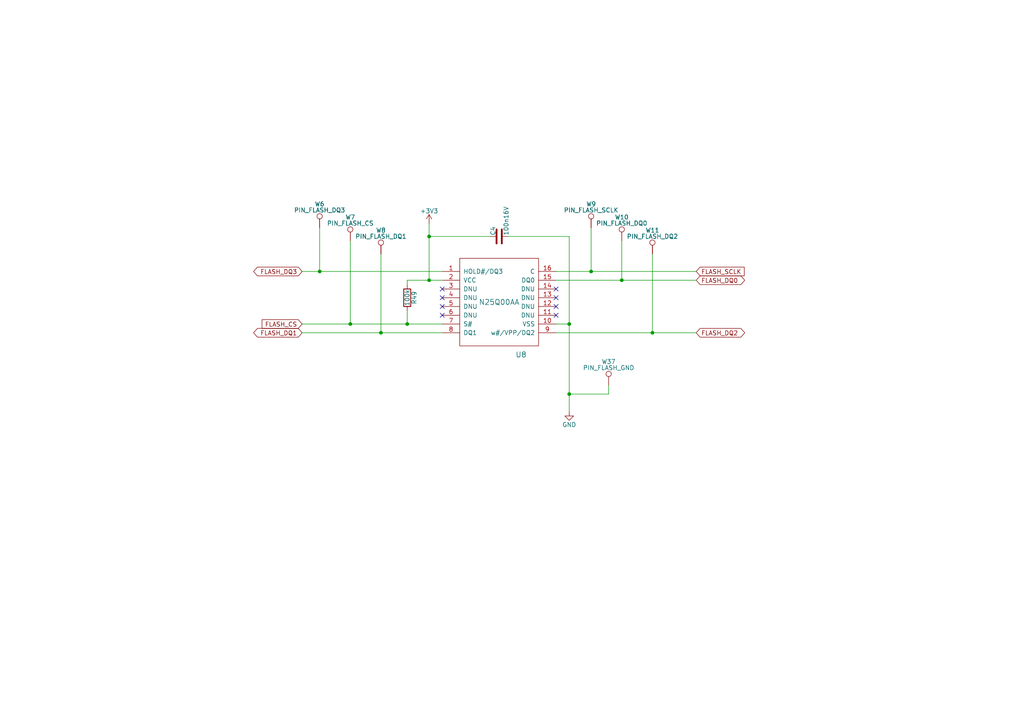
<source format=kicad_sch>
(kicad_sch (version 20231120) (generator "eeschema") (generator_version "8.0")
  (paper "A4")
  (lib_symbols
    (symbol "ATSAME70:+3.3V" (power) (pin_numbers hide) (pin_names (offset 0) hide)
      (property "Value" "+3.3V" (at 0 3.556 0))
      (symbol "+3.3V_0_1"
        (polyline (pts (xy -0.762 1.27) (xy 0 2.54)))
        (polyline (pts (xy 0 0) (xy 0 2.54)))
        (polyline (pts (xy 0 2.54) (xy 0.762 1.27)))
      )
      (symbol "+3.3V_1_1"
        (pin power_in line (at 0 0 90) (length 0) (name "~") (number "1"))
      )
    )
    (symbol "ATSAME70:C_100n_16V_0402" (pin_numbers hide) (pin_names (offset 0.254))
      (property "Reference" "C" (at 0.635 2.54 0))
      (property "Value" "100n16V" (at 0.635 -2.54 0))
      (symbol "C_100n_16V_0402_0_1"
        (polyline (pts (xy -2.032 -0.762) (xy 2.032 -0.762)) (stroke (width 0.508)))
        (polyline (pts (xy -2.032 0.762) (xy 2.032 0.762)) (stroke (width 0.508)))
      )
      (symbol "C_100n_16V_0402_1_1"
        (pin passive line (at 0 2.54 270) (length 1.651) (name "~") (number "1"))
        (pin passive line (at 0 -2.54 90) (length 1.651) (name "~") (number "2"))
      )
    )
    (symbol "ATSAME70:GND" (power) (pin_numbers hide) (pin_names (offset 0) hide)
      (property "Value" "GND" (at 0 -3.81 0))
      (symbol "GND_0_1"
        (polyline (pts (xy 0 0) (xy 0 -1.27) (xy 1.27 -1.27) (xy 0 -2.54) (xy -1.27 -1.27) (xy 0 -1.27)))
      )
      (symbol "GND_1_1"
        (pin power_in line (at 0 0 270) (length 0) (name "~") (number "1"))
      )
    )
    (symbol "ATSAME70:R" (pin_numbers hide) (pin_names (offset 0))
      (property "Reference" "R" (at 2.032 0 90))
      (property "Value" "100k" (at 0 0 90))
      (symbol "R_0_1"
        (rectangle (start -1.016 -2.54) (end 1.016 2.54) (stroke (width 0.254)))
      )
      (symbol "R_1_1"
        (pin passive line (at 0 3.81 270) (length 1.27) (name "~") (number "1"))
        (pin passive line (at 0 -3.81 90) (length 1.27) (name "~") (number "2"))
      )
    )
    (symbol "ATSAME70:TEST_1P" (pin_numbers hide) (pin_names (offset 0.762) hide)
      (property "Reference" "W" (at 0 6.858 0))
      (property "Value" "TEST_1P" (at 0 5.08 0))
      (symbol "TEST_1P_0_1"
        (circle (center 0 3.302) (radius 0.762))
      )
      (symbol "TEST_1P_1_1"
        (pin passive line (at 0 0 90) (length 2.54) (name "1") (number "1"))
      )
    )
    (symbol "TEST4-rescue:N25Q00AA" (pin_names (offset 1.016))
      (property "Reference" "U" (at 6.35 -15.24 0))
      (property "Value" "N25Q00AA" (at 0 0 0))
      (symbol "N25Q00AA_0_1"
        (rectangle (start -11.43 12.7) (end 11.43 -12.7))
      )
      (symbol "N25Q00AA_1_1"
        (pin bidirectional line (at -16.51 8.89 0) (length 5.08) (name "HOLD#/DQ3") (number "1"))
        (pin power_in line (at 16.51 -6.35 180) (length 5.08) (name "VSS") (number "10"))
        (pin passive line (at 16.51 -3.81 180) (length 5.08) (name "DNU") (number "11"))
        (pin passive line (at 16.51 -1.27 180) (length 5.08) (name "DNU") (number "12"))
        (pin passive line (at 16.51 1.27 180) (length 5.08) (name "DNU") (number "13"))
        (pin passive line (at 16.51 3.81 180) (length 5.08) (name "DNU") (number "14"))
        (pin bidirectional line (at 16.51 6.35 180) (length 5.08) (name "DQ0") (number "15"))
        (pin input line (at 16.51 8.89 180) (length 5.08) (name "C") (number "16"))
        (pin power_in line (at -16.51 6.35 0) (length 5.08) (name "VCC") (number "2"))
        (pin passive line (at -16.51 3.81 0) (length 5.08) (name "DNU") (number "3"))
        (pin passive line (at -16.51 1.27 0) (length 5.08) (name "DNU") (number "4"))
        (pin passive line (at -16.51 -1.27 0) (length 5.08) (name "DNU") (number "5"))
        (pin passive line (at -16.51 -3.81 0) (length 5.08) (name "DNU") (number "6"))
        (pin input line (at -16.51 -6.35 0) (length 5.08) (name "S#") (number "7"))
        (pin bidirectional line (at -16.51 -8.89 0) (length 5.08) (name "DQ1") (number "8"))
        (pin bidirectional line (at 16.51 -8.89 180) (length 5.08) (name "w#/VPP/DQ2") (number "9"))
      )
    )
  )
  (junction (at 124.46 81.28))
  (junction (at 101.6 93.98))
  (junction (at 165.1 93.98))
  (junction (at 124.46 68.58))
  (junction (at 189.23 96.52))
  (junction (at 180.34 81.28))
  (junction (at 92.71 78.74))
  (junction (at 118.11 93.98))
  (junction (at 171.45 78.74))
  (junction (at 165.1 114.3))
  (junction (at 110.49 96.52))
  (no_connect (at 161.29 86.36))
  (no_connect (at 128.27 83.82))
  (no_connect (at 161.29 88.9))
  (no_connect (at 128.27 88.9))
  (no_connect (at 128.27 86.36))
  (no_connect (at 128.27 91.44))
  (no_connect (at 161.29 91.44))
  (no_connect (at 161.29 83.82))
  (wire (pts (xy 118.11 81.28) (xy 124.46 81.28)))
  (wire (pts (xy 161.29 93.98) (xy 165.1 93.98)))
  (wire (pts (xy 92.71 66.04) (xy 92.71 78.74)))
  (wire (pts (xy 87.63 93.98) (xy 101.6 93.98)))
  (wire (pts (xy 165.1 68.58) (xy 165.1 93.98)))
  (wire (pts (xy 147.32 68.58) (xy 165.1 68.58)))
  (wire (pts (xy 124.46 81.28) (xy 128.27 81.28)))
  (wire (pts (xy 171.45 78.74) (xy 201.93 78.74)))
  (wire (pts (xy 161.29 81.28) (xy 180.34 81.28)))
  (wire (pts (xy 124.46 64.77) (xy 124.46 68.58)))
  (wire (pts (xy 161.29 78.74) (xy 171.45 78.74)))
  (wire (pts (xy 124.46 68.58) (xy 142.24 68.58)))
  (wire (pts (xy 87.63 96.52) (xy 110.49 96.52)))
  (wire (pts (xy 171.45 66.04) (xy 171.45 78.74)))
  (wire (pts (xy 180.34 69.85) (xy 180.34 81.28)))
  (wire (pts (xy 101.6 69.85) (xy 101.6 93.98)))
  (wire (pts (xy 92.71 78.74) (xy 128.27 78.74)))
  (wire (pts (xy 124.46 68.58) (xy 124.46 81.28)))
  (wire (pts (xy 165.1 93.98) (xy 165.1 114.3)))
  (wire (pts (xy 161.29 96.52) (xy 189.23 96.52)))
  (wire (pts (xy 165.1 114.3) (xy 165.1 119.38)))
  (wire (pts (xy 118.11 82.55) (xy 118.11 81.28)))
  (wire (pts (xy 180.34 81.28) (xy 201.93 81.28)))
  (wire (pts (xy 110.49 96.52) (xy 128.27 96.52)))
  (wire (pts (xy 118.11 90.17) (xy 118.11 93.98)))
  (wire (pts (xy 110.49 73.66) (xy 110.49 96.52)))
  (wire (pts (xy 189.23 96.52) (xy 201.93 96.52)))
  (wire (pts (xy 176.53 111.76) (xy 176.53 114.3)))
  (wire (pts (xy 87.63 78.74) (xy 92.71 78.74)))
  (wire (pts (xy 176.53 114.3) (xy 165.1 114.3)))
  (wire (pts (xy 118.11 93.98) (xy 128.27 93.98)))
  (wire (pts (xy 189.23 73.66) (xy 189.23 96.52)))
  (wire (pts (xy 101.6 93.98) (xy 118.11 93.98)))
  (global_label "FLASH_DQ2" (shape bidirectional) (at 201.93 96.52 0) (property "Intersheetrefs" "${INTERSHEET_REFS}" (effects (hide yes))))
  (global_label "FLASH_CS" (shape input) (at 87.63 93.98 180) (property "Intersheetrefs" "${INTERSHEET_REFS}" (effects (hide yes))))
  (global_label "FLASH_DQ3" (shape bidirectional) (at 87.63 78.74 180) (property "Intersheetrefs" "${INTERSHEET_REFS}" (effects (hide yes))))
  (global_label "FLASH_SCLK" (shape input) (at 201.93 78.74 0) (property "Intersheetrefs" "${INTERSHEET_REFS}" (effects (hide yes))))
  (global_label "FLASH_DQ1" (shape bidirectional) (at 87.63 96.52 180) (property "Intersheetrefs" "${INTERSHEET_REFS}" (effects (hide yes))))
  (global_label "FLASH_DQ0" (shape bidirectional) (at 201.93 81.28 0) (property "Intersheetrefs" "${INTERSHEET_REFS}" (effects (hide yes))))
  (symbol (lib_id "ATSAME70:C_100n_16V_0402") (at 144.78 68.58 90) (unit 1)
    (property "Reference" "C4" (at 143.002 68.326 0) (effects (justify left)))
    (property "Value" "100n16V" (at 146.812 68.326 0) (effects (justify left)))
    (property "Footprint" "ATSAME70:C_0402" (effects (hide yes)))
    (property "Description" "Unpolarized capacitor" (effects (hide yes)))
    (property "LCSC" "C1525" (effects (hide yes)))
    (instances (project "TEST4" (path "" (reference "C4") (unit 1))) (project "ControllerBoard" (path "" (reference "C41") (unit 1))))
  )
  (symbol (lib_id "ATSAME70:+3.3V") (at 124.46 64.77 0) (unit 1)
    (property "Reference" "#PWR062" (effects (hide yes)))
    (property "Value" "+3V3" (at 124.46 61.214 0))
    (property "Description" "Power symbol creates a global label with name \"+3.3V\"" (effects (hide yes)))
    (instances (project "TEST4" (path "" (reference "#PWR062") (unit 1))) (project "" (path "" (reference "#PWR73") (unit 1))))
  )
  (symbol (lib_id "ATSAME70:GND") (at 165.1 119.38 0) (unit 1)
    (property "Reference" "#PWR063" (effects (hide yes)))
    (property "Value" "GND" (at 165.1 123.19 0))
    (property "Description" "Power symbol creates a global label with name \"GND\" , ground" (effects (hide yes)))
    (instances (project "TEST4" (path "" (reference "#PWR063") (unit 1))) (project "" (path "" (reference "#PWR74") (unit 1))))
  )
  (symbol (lib_id "TEST4-rescue:N25Q00AA") (at 144.78 87.63 0) (unit 1)
    (property "Reference" "U8" (at 151.13 102.87 0) (effects (font (size 1.524 1.524))))
    (property "Value" "N25Q00AA" (at 144.78 87.63 0) (effects (font (size 1.524 1.524))))
    (property "Footprint" "mylib:SO-16-W" (effects (hide yes)))
    (instances (project "TEST4" (path "" (reference "U8") (unit 1))) (project "ControllerBoard" (path "" (reference "U9") (unit 1))))
  )
  (symbol (lib_id "ATSAME70:TEST_1P") (at 92.71 66.04 0) (unit 1)
    (property "Reference" "W6" (at 92.71 59.182 0))
    (property "Value" "PIN_FLASH_DQ3" (at 92.71 60.96 0))
    (property "Footprint" "mylib:TestPad_09mmDrill" (effects (hide yes)))
    (instances (project "TEST4" (path "" (reference "W6") (unit 1))) (project "ControllerBoard" (path "" (reference "W22") (unit 1))))
  )
  (symbol (lib_id "ATSAME70:TEST_1P") (at 101.6 69.85 0) (unit 1)
    (property "Reference" "W7" (at 101.6 62.992 0))
    (property "Value" "PIN_FLASH_CS" (at 101.6 64.77 0))
    (property "Footprint" "mylib:TestPad_09mmDrill" (effects (hide yes)))
    (instances (project "TEST4" (path "" (reference "W7") (unit 1))) (project "ControllerBoard" (path "" (reference "W23") (unit 1))))
  )
  (symbol (lib_id "ATSAME70:TEST_1P") (at 110.49 73.66 0) (unit 1)
    (property "Reference" "W8" (at 110.49 66.802 0))
    (property "Value" "PIN_FLASH_DQ1" (at 110.49 68.58 0))
    (property "Footprint" "mylib:TestPad_09mmDrill" (effects (hide yes)))
    (instances (project "TEST4" (path "" (reference "W8") (unit 1))) (project "ControllerBoard" (path "" (reference "W24") (unit 1))))
  )
  (symbol (lib_id "ATSAME70:TEST_1P") (at 171.45 66.04 0) (unit 1)
    (property "Reference" "W9" (at 171.45 59.182 0))
    (property "Value" "PIN_FLASH_SCLK" (at 171.45 60.96 0))
    (property "Footprint" "mylib:TestPad_09mmDrill" (effects (hide yes)))
    (instances (project "TEST4" (path "" (reference "W9") (unit 1))) (project "ControllerBoard" (path "" (reference "W25") (unit 1))))
  )
  (symbol (lib_id "ATSAME70:TEST_1P") (at 180.34 69.85 0) (unit 1)
    (property "Reference" "W10" (at 180.34 62.992 0))
    (property "Value" "PIN_FLASH_DQ0" (at 180.34 64.77 0))
    (property "Footprint" "mylib:TestPad_09mmDrill" (effects (hide yes)))
    (instances (project "TEST4" (path "" (reference "W10") (unit 1))) (project "ControllerBoard" (path "" (reference "W27") (unit 1))))
  )
  (symbol (lib_id "ATSAME70:TEST_1P") (at 189.23 73.66 0) (unit 1)
    (property "Reference" "W11" (at 189.23 66.802 0))
    (property "Value" "PIN_FLASH_DQ2" (at 189.23 68.58 0))
    (property "Footprint" "mylib:TestPad_09mmDrill" (effects (hide yes)))
    (instances (project "TEST4" (path "" (reference "W11") (unit 1))) (project "ControllerBoard" (path "" (reference "W28") (unit 1))))
  )
  (symbol (lib_id "ATSAME70:TEST_1P") (at 176.53 111.76 0) (unit 1)
    (property "Reference" "W37" (at 176.53 104.902 0))
    (property "Value" "PIN_FLASH_GND" (at 176.53 106.68 0))
    (property "Footprint" "mylib:TestPad_09mmDrill" (effects (hide yes)))
    (instances (project "TEST4" (path "" (reference "W37") (unit 1))) (project "ControllerBoard" (path "" (reference "W26") (unit 1))))
  )
  (symbol (lib_id "ATSAME70:R") (at 118.11 86.36 0) (unit 1)
    (property "Reference" "R49" (at 120.142 86.36 90))
    (property "Value" "100k" (at 118.11 86.36 90))
    (property "Footprint" "mylib:R_1206" (effects (hide yes)))
    (property "Description" "Resistor" (effects (hide yes)))
    (instances (project "TEST4" (path "" (reference "R49") (unit 1))) (project "ControllerBoard" (path "" (reference "R47") (unit 1))))
  )
)
</source>
